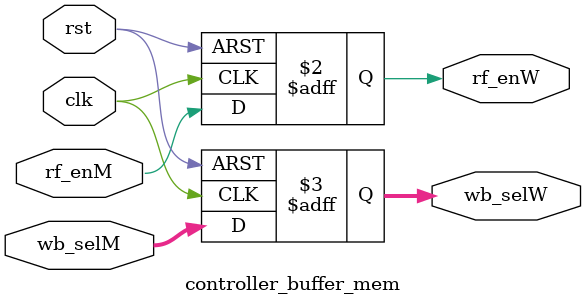
<source format=sv>
module controller_buffer_mem (
    input logic clk,
    input logic rst,
    input logic rf_enM,
    input logic [1:0] wb_selM,
    output logic rf_enW,
    output logic [1:0] wb_selW
);

  always_ff @(posedge clk or posedge rst) begin
    if (rst) begin
      rf_enW  <= 1'b0;
      wb_selW <= 2'b0;
    end else begin
      rf_enW  <= rf_enM;
      wb_selW <= wb_selM;
    end
  end
endmodule

</source>
